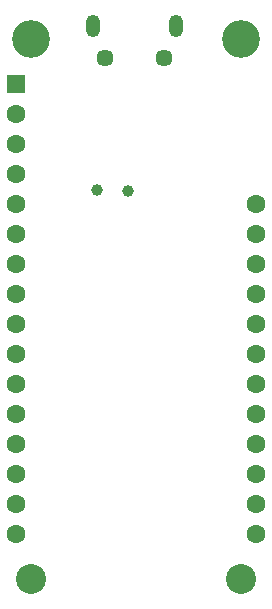
<source format=gbr>
%TF.GenerationSoftware,KiCad,Pcbnew,(6.0.0)*%
%TF.CreationDate,2022-01-23T09:41:54-05:00*%
%TF.ProjectId,Feather-SAMD21-MIC39100,46656174-6865-4722-9d53-414d4432312d,rev?*%
%TF.SameCoordinates,Original*%
%TF.FileFunction,Soldermask,Bot*%
%TF.FilePolarity,Negative*%
%FSLAX46Y46*%
G04 Gerber Fmt 4.6, Leading zero omitted, Abs format (unit mm)*
G04 Created by KiCad (PCBNEW (6.0.0)) date 2022-01-23 09:41:54*
%MOMM*%
%LPD*%
G01*
G04 APERTURE LIST*
%ADD10C,3.200000*%
%ADD11C,2.540000*%
%ADD12R,1.600000X1.600000*%
%ADD13C,1.600000*%
%ADD14C,1.450000*%
%ADD15O,1.200000X1.900000*%
%ADD16C,1.000000*%
G04 APERTURE END LIST*
D10*
%TO.C,A1*%
X68326000Y-52705000D03*
X50546000Y-52705000D03*
D11*
X50546000Y-98425000D03*
X68326000Y-98425000D03*
D12*
X49276000Y-56515000D03*
D13*
X49276000Y-59055000D03*
X49276000Y-61595000D03*
X49276000Y-64135000D03*
X49276000Y-66675000D03*
X49276000Y-69215000D03*
X49276000Y-71755000D03*
X49276000Y-74295000D03*
X49276000Y-76835000D03*
X49276000Y-79375000D03*
X49276000Y-81915000D03*
X49276000Y-84455000D03*
X49276000Y-86995000D03*
X49276000Y-89535000D03*
X49276000Y-92075000D03*
X49276000Y-94615000D03*
X69596000Y-94615000D03*
X69596000Y-92075000D03*
X69596000Y-89535000D03*
X69596000Y-86995000D03*
X69596000Y-84455000D03*
X69596000Y-81915000D03*
X69596000Y-79375000D03*
X69596000Y-76835000D03*
X69596000Y-74295000D03*
X69596000Y-71755000D03*
X69596000Y-69215000D03*
X69596000Y-66675000D03*
%TD*%
D14*
%TO.C,J1*%
X56828500Y-54249500D03*
D15*
X55828500Y-51549500D03*
D14*
X61828500Y-54249500D03*
D15*
X62828500Y-51549500D03*
%TD*%
D16*
%TO.C,SWDIO*%
X56108600Y-65481200D03*
%TD*%
%TO.C,SWCLK*%
X58724800Y-65506600D03*
%TD*%
M02*

</source>
